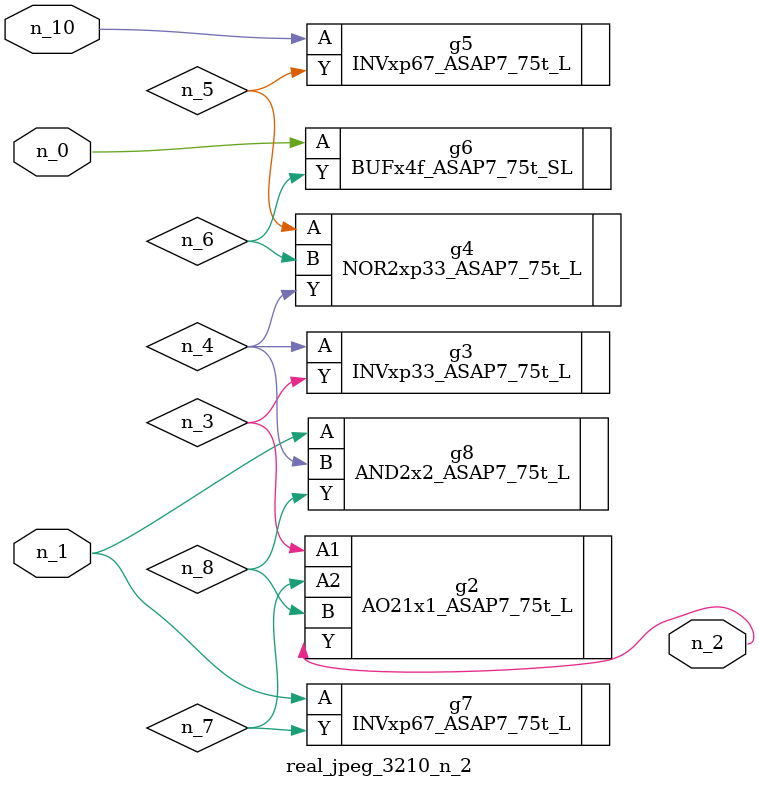
<source format=v>
module real_jpeg_3210_n_2 (n_1, n_10, n_0, n_2);

input n_1;
input n_10;
input n_0;

output n_2;

wire n_5;
wire n_4;
wire n_8;
wire n_6;
wire n_7;
wire n_3;

BUFx4f_ASAP7_75t_SL g6 ( 
.A(n_0),
.Y(n_6)
);

INVxp67_ASAP7_75t_L g7 ( 
.A(n_1),
.Y(n_7)
);

AND2x2_ASAP7_75t_L g8 ( 
.A(n_1),
.B(n_4),
.Y(n_8)
);

AO21x1_ASAP7_75t_L g2 ( 
.A1(n_3),
.A2(n_7),
.B(n_8),
.Y(n_2)
);

INVxp33_ASAP7_75t_L g3 ( 
.A(n_4),
.Y(n_3)
);

NOR2xp33_ASAP7_75t_L g4 ( 
.A(n_5),
.B(n_6),
.Y(n_4)
);

INVxp67_ASAP7_75t_L g5 ( 
.A(n_10),
.Y(n_5)
);


endmodule
</source>
